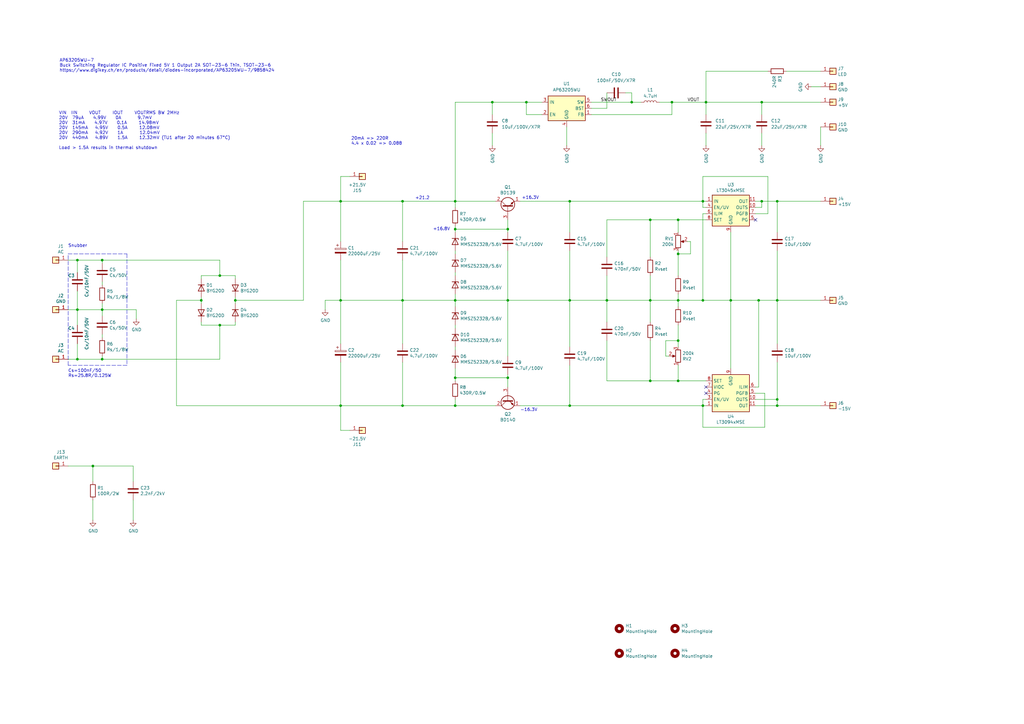
<source format=kicad_sch>
(kicad_sch (version 20250114) (generator "eeschema") (generator_version "9.0")
  (paper "A3")
  (title_block (title "Ultra Low Noise PSU DC/DC +5V Large Capacitor") (date "2025-08-20") (rev "V5"))
  (lib_symbols
    (symbol "Connector_Generic:Conn_01x01" (pin_names (offset 1.016) (hide yes))
      (property "Reference" "J" (at 0 2.54 0))
      (property "Value" "Conn_01x01" (at 0 -2.54 0))
      (symbol "Conn_01x01_1_1"
        (rectangle (start -1.27 1.27) (end 1.27 -1.27) (stroke (width 0.254)) (fill (type background)))
        (rectangle (start -1.27 0.127) (end 0 -0.127) (stroke (width 0.1524)))
        (pin passive line (at -5.08 0 0) (length 3.81) (name "Pin_1") (number "1"))
      )
    )
    (symbol "Device:C" (pin_numbers (hide yes)) (pin_names (offset 0.254))
      (property "Reference" "C" (at 0.635 2.54 0))
      (property "Value" "C" (at 0.635 -2.54 0))
      (symbol "C_0_1"
        (polyline (pts (xy -2.032 0.762) (xy 2.032 0.762)) (stroke (width 0.508)))
        (polyline (pts (xy -2.032 -0.762) (xy 2.032 -0.762)) (stroke (width 0.508)))
      )
      (symbol "C_1_1"
        (pin passive line (at 0 3.81 270) (length 2.794) (name "~") (number "1"))
        (pin passive line (at 0 -3.81 90) (length 2.794) (name "~") (number "2"))
      )
    )
    (symbol "Device:C_Polarized" (pin_numbers (hide yes)) (pin_names (offset 0.254))
      (property "Reference" "C" (at 0.635 2.54 0))
      (property "Value" "C_Polarized" (at 0.635 -2.54 0))
      (symbol "C_Polarized_0_1"
        (rectangle (start -2.286 0.508) (end 2.286 1.016))
        (polyline (pts (xy -1.778 2.286) (xy -0.762 2.286)))
        (polyline (pts (xy -1.27 2.794) (xy -1.27 1.778)))
        (rectangle (start 2.286 -0.508) (end -2.286 -1.016) (fill (type outline)))
      )
      (symbol "C_Polarized_1_1"
        (pin passive line (at 0 3.81 270) (length 2.794) (name "~") (number "1"))
        (pin passive line (at 0 -3.81 90) (length 2.794) (name "~") (number "2"))
      )
    )
    (symbol "Device:D" (pin_numbers (hide yes)) (pin_names (offset 1.016) (hide yes))
      (property "Reference" "D" (at 0 2.54 0))
      (property "Value" "D" (at 0 -2.54 0))
      (symbol "D_0_1"
        (polyline (pts (xy -1.27 1.27) (xy -1.27 -1.27)) (stroke (width 0.254)))
        (polyline (pts (xy 1.27 1.27) (xy 1.27 -1.27) (xy -1.27 0) (xy 1.27 1.27)) (stroke (width 0.254)))
        (polyline (pts (xy 1.27 0) (xy -1.27 0)))
      )
      (symbol "D_1_1"
        (pin passive line (at -3.81 0 0) (length 2.54) (name "K") (number "1"))
        (pin passive line (at 3.81 0 180) (length 2.54) (name "A") (number "2"))
      )
    )
    (symbol "Device:L" (pin_numbers (hide yes)) (pin_names (offset 1.016) (hide yes))
      (property "Reference" "L" (at -1.27 0 90))
      (property "Value" "L" (at 1.905 0 90))
      (symbol "L_0_1"
        (arc (start 0 2.54) (mid 0.6323 1.905) (end 0 1.27))
        (arc (start 0 1.27) (mid 0.6323 0.635) (end 0 0))
        (arc (start 0 0) (mid 0.6323 -0.635) (end 0 -1.27))
        (arc (start 0 -1.27) (mid 0.6323 -1.905) (end 0 -2.54))
      )
      (symbol "L_1_1"
        (pin passive line (at 0 3.81 270) (length 1.27) (name "1") (number "1"))
        (pin passive line (at 0 -3.81 90) (length 1.27) (name "2") (number "2"))
      )
    )
    (symbol "Device:R" (pin_numbers (hide yes)) (pin_names (offset 0))
      (property "Reference" "R" (at 2.032 0 90))
      (property "Value" "R" (at 0 0 90))
      (symbol "R_0_1"
        (rectangle (start -1.016 -2.54) (end 1.016 2.54) (stroke (width 0.254)))
      )
      (symbol "R_1_1"
        (pin passive line (at 0 3.81 270) (length 1.27) (name "~") (number "1"))
        (pin passive line (at 0 -3.81 90) (length 1.27) (name "~") (number "2"))
      )
    )
    (symbol "Device:R_Potentiometer" (pin_names (offset 1.016) (hide yes))
      (property "Reference" "RV" (at -4.445 0 90))
      (property "Value" "R_Potentiometer" (at -2.54 0 90))
      (symbol "R_Potentiometer_0_1"
        (rectangle (start 1.016 2.54) (end -1.016 -2.54) (stroke (width 0.254)))
        (polyline (pts (xy 1.143 0) (xy 2.286 0.508) (xy 2.286 -0.508) (xy 1.143 0)) (fill (type outline)))
        (polyline (pts (xy 2.54 0) (xy 1.524 0)))
      )
      (symbol "R_Potentiometer_1_1"
        (pin passive line (at 0 3.81 270) (length 1.27) (name "1") (number "1"))
        (pin passive line (at 0 -3.81 90) (length 1.27) (name "3") (number "3"))
        (pin passive line (at 3.81 0 180) (length 1.27) (name "2") (number "2"))
      )
    )
    (symbol "Diode:Z1SMAxxx" (pin_numbers (hide yes)) (pin_names (hide yes))
      (property "Reference" "D" (at 0 2.54 0))
      (property "Value" "Z1SMAxxx" (at 0 -2.54 0))
      (symbol "Z1SMAxxx_0_1"
        (polyline (pts (xy -1.27 -1.27) (xy -1.27 1.27) (xy -0.762 1.27)) (stroke (width 0.254)))
        (polyline (pts (xy 1.27 0) (xy -1.27 0)))
        (polyline (pts (xy 1.27 -1.27) (xy 1.27 1.27) (xy -1.27 0) (xy 1.27 -1.27)) (stroke (width 0.254)))
      )
      (symbol "Z1SMAxxx_1_1"
        (pin passive line (at -3.81 0 0) (length 2.54) (name "K") (number "1"))
        (pin passive line (at 3.81 0 180) (length 2.54) (name "A") (number "2"))
      )
    )
    (symbol "Mechanical:MountingHole" (pin_names (offset 1.016)) (in_bom no)
      (property "Reference" "H" (at 0 5.08 0))
      (property "Value" "MountingHole" (at 0 3.175 0))
      (symbol "MountingHole_0_1"
        (circle (center 0 0) (radius 1.27) (stroke (width 1.27)))
      )
    )
    (symbol "Regulator_Linear:LT3045xMSE"
      (property "Reference" "U" (at -6.35 6.35 0))
      (property "Value" "LT3045xMSE" (at 1.27 6.35 0))
      (symbol "LT3045xMSE_0_1"
        (rectangle (start -7.62 5.08) (end 7.62 -7.62) (stroke (width 0.254)) (fill (type background)))
      )
      (symbol "LT3045xMSE_1_1"
        (pin power_in line (at -10.16 2.54 0) (length 2.54) (name "IN") (number "1"))
        (pin passive line (at -10.16 2.54 0) (length 2.54) (hide yes) (name "IN") (number "2"))
        (pin passive line (at -10.16 2.54 0) (length 2.54) (hide yes) (name "IN") (number "3"))
        (pin input line (at -10.16 0 0) (length 2.54) (name "EN/UV") (number "4"))
        (pin passive line (at -10.16 -2.54 0) (length 2.54) (name "ILIM") (number "6"))
        (pin passive line (at -10.16 -5.08 0) (length 2.54) (name "SET") (number "8"))
        (pin passive line (at 0 -10.16 90) (length 2.54) (hide yes) (name "GND") (number "13"))
        (pin power_in line (at 0 -10.16 90) (length 2.54) (name "GND") (number "9"))
        (pin power_out line (at 10.16 2.54 180) (length 2.54) (name "OUT") (number "11"))
        (pin passive line (at 10.16 2.54 180) (length 2.54) (hide yes) (name "OUT") (number "12"))
        (pin input line (at 10.16 0 180) (length 2.54) (name "OUTS") (number "10"))
        (pin input line (at 10.16 -2.54 180) (length 2.54) (name "PGFB") (number "7"))
        (pin open_collector line (at 10.16 -5.08 180) (length 2.54) (name "PG") (number "5"))
      )
    )
    (symbol "Regulator_Linear:LT3094xMSE"
      (property "Reference" "U" (at -6.35 8.89 0))
      (property "Value" "LT3094xMSE" (at 1.27 8.89 0))
      (symbol "LT3094xMSE_0_0"
        (pin passive line (at -10.16 5.08 0) (length 2.54) (hide yes) (name "IN") (number "13"))
        (pin passive line (at 10.16 5.08 180) (length 2.54) (hide yes) (name "OUT") (number "12"))
      )
      (symbol "LT3094xMSE_0_1"
        (rectangle (start 7.62 7.62) (end -7.62 -7.62) (stroke (width 0.254)) (fill (type background)))
      )
      (symbol "LT3094xMSE_1_1"
        (pin power_in line (at -10.16 5.08 0) (length 2.54) (name "IN") (number "1"))
        (pin passive line (at -10.16 5.08 0) (length 2.54) (hide yes) (name "IN") (number "2"))
        (pin input line (at -10.16 2.54 0) (length 2.54) (name "EN/UV") (number "3"))
        (pin open_collector line (at -10.16 0 0) (length 2.54) (name "PG") (number "4"))
        (pin passive line (at -10.16 -2.54 0) (length 2.54) (name "VIOC") (number "7"))
        (pin passive line (at -10.16 -5.08 0) (length 2.54) (name "SET") (number "8"))
        (pin power_in line (at 0 -10.16 90) (length 2.54) (name "GND") (number "9"))
        (pin power_out line (at 10.16 5.08 180) (length 2.54) (name "OUT") (number "11"))
        (pin input line (at 10.16 2.54 180) (length 2.54) (name "OUTS") (number "10"))
        (pin input line (at 10.16 0 180) (length 2.54) (name "PGFB") (number "5"))
        (pin passive line (at 10.16 -2.54 180) (length 2.54) (name "ILIM") (number "6"))
      )
    )
    (symbol "Regulator_Switching:AP63205WU"
      (property "Reference" "U" (at -7.62 6.35 0))
      (property "Value" "AP63205WU" (at 2.54 6.35 0))
      (symbol "AP63205WU_0_1"
        (rectangle (start -7.62 5.08) (end 7.62 -5.08) (stroke (width 0.254)) (fill (type background)))
      )
      (symbol "AP63205WU_1_1"
        (pin power_in line (at -10.16 2.54 0) (length 2.54) (name "IN") (number "3"))
        (pin input line (at -10.16 -2.54 0) (length 2.54) (name "EN") (number "2"))
        (pin power_in line (at 0 -7.62 90) (length 2.54) (name "GND") (number "4"))
        (pin output line (at 10.16 2.54 180) (length 2.54) (name "SW") (number "5"))
        (pin passive line (at 10.16 0 180) (length 2.54) (name "BST") (number "6"))
        (pin input line (at 10.16 -2.54 180) (length 2.54) (name "FB") (number "1"))
      )
    )
    (symbol "Transistor_BJT:BD139" (pin_names (offset 0) (hide yes))
      (property "Reference" "Q" (at 5.08 1.905 0))
      (property "Value" "BD139" (at 5.08 0 0))
      (symbol "BD139_0_1"
        (polyline (pts (xy -2.54 0) (xy 0.635 0)))
        (polyline (pts (xy 0.635 1.905) (xy 0.635 -1.905)) (stroke (width 0.508)))
        (circle (center 1.27 0) (radius 2.8194) (stroke (width 0.254)))
      )
      (symbol "BD139_1_1"
        (polyline (pts (xy 0.635 0.635) (xy 2.54 2.54)))
        (polyline (pts (xy 0.635 -0.635) (xy 2.54 -2.54)))
        (polyline (pts (xy 1.27 -1.778) (xy 1.778 -1.27) (xy 2.286 -2.286) (xy 1.27 -1.778)) (fill (type outline)))
        (pin input line (at -5.08 0 0) (length 2.54) (name "B") (number "3"))
        (pin passive line (at 2.54 5.08 270) (length 2.54) (name "C") (number "2"))
        (pin passive line (at 2.54 -5.08 90) (length 2.54) (name "E") (number "1"))
      )
    )
    (symbol "Transistor_BJT:BD140" (pin_names (offset 0) (hide yes))
      (property "Reference" "Q" (at 5.08 1.905 0))
      (property "Value" "BD140" (at 5.08 0 0))
      (symbol "BD140_0_1"
        (polyline (pts (xy -2.54 0) (xy 0.635 0)))
        (polyline (pts (xy 0.635 1.905) (xy 0.635 -1.905)) (stroke (width 0.508)))
        (polyline (pts (xy 0.635 0.635) (xy 2.54 2.54)))
        (polyline (pts (xy 0.635 -0.635) (xy 2.54 -2.54)))
        (circle (center 1.27 0) (radius 2.8194) (stroke (width 0.254)))
        (polyline (pts (xy 2.286 -1.778) (xy 1.778 -2.286) (xy 1.27 -1.27) (xy 2.286 -1.778)) (fill (type outline)))
      )
      (symbol "BD140_1_1"
        (pin input line (at -5.08 0 0) (length 2.54) (name "B") (number "3"))
        (pin passive line (at 2.54 5.08 270) (length 2.54) (name "C") (number "2"))
        (pin passive line (at 2.54 -5.08 90) (length 2.54) (name "E") (number "1"))
      )
    )
    (symbol "power:GND" (power) (pin_numbers (hide yes)) (pin_names (offset 0) (hide yes))
      (property "Value" "GND" (at 0 -3.81 0))
      (symbol "GND_0_1"
        (polyline (pts (xy 0 0) (xy 0 -1.27) (xy 1.27 -1.27) (xy 0 -2.54) (xy -1.27 -1.27) (xy 0 -1.27)))
      )
      (symbol "GND_1_1"
        (pin power_in line (at 0 0 270) (length 0) (name "~") (number "1"))
      )
    )
  )
  (text "+16.3V" (at 213.995 81.915 0) (effects (font (size 1.27 1.27)) (justify left bottom)))
  (text "+21.2" (at 173.228 81.28 0) (effects (font (size 1.27 1.27))))
  (text "Snubber" (at 27.94 101.6 0) (effects (font (size 1.27 1.27)) (justify left bottom)))
  (text "Cs=100nF/50\nRs=25.8R/0.125W" (at 27.94 154.94 0) (effects (font (size 1.27 1.27)) (justify left bottom)))
  (text "-16.3V" (at 213.36 168.91 0) (effects (font (size 1.27 1.27)) (justify left bottom)))
  (text "VIN  IIN     VOUT     IOUT     VOUTRMS BW 2MHz      \n20V  79uA    4.99V    0A       9.7mV\n20V  31mA    4.97V    0.1A     14.98mV\n20V  145mA   4.95V    0.5A     12.08mV\n20V  290mA   4.92V    1A       12.04mV\n20V  440mA   4.89V    1.5A     12.32mV (TU1 after 20 minutes 67°C)\n\nLoad > 1.5A results in thermal shutdown\n\n\n" (at 24.13 55.626 0) (effects (font (size 1.27 1.27)) (justify left)))
  (text "AP63205WU-7\nBuck Switching Regulator IC Positive Fixed 5V 1 Output 2A SOT-23-6 Thin, TSOT-23-6\nhttps://www.digikey.ch/en/products/detail/diodes-incorporated/AP63205WU-7/9858424\n\n" (at 24.384 27.94 0) (effects (font (size 1.27 1.27)) (justify left)))
  (text "+16.8V" (at 177.546 94.742 0) (effects (font (size 1.27 1.27)) (justify left bottom)))
  (text "20mA => 220R\n4.4 x 0.02 => 0.088" (at 144.018 57.912 0) (effects (font (size 1.27 1.27)) (justify left)))
  (junction (at 248.92 123.19))
  (junction (at 165.1 166.37))
  (junction (at 41.91 147.32))
  (junction (at 41.91 127))
  (junction (at 186.69 123.19))
  (junction (at 299.72 123.19))
  (junction (at 275.59 41.91))
  (junction (at 90.17 133.35))
  (junction (at 233.68 82.55))
  (junction (at 318.77 166.37))
  (junction (at 288.29 166.37))
  (junction (at 311.15 123.19))
  (junction (at 215.9 41.91))
  (junction (at 318.77 123.19))
  (junction (at 312.42 82.55))
  (junction (at 139.7 123.19))
  (junction (at 312.42 41.91))
  (junction (at 165.1 82.55))
  (junction (at 201.93 41.91))
  (junction (at 318.77 82.55))
  (junction (at 82.55 123.19))
  (junction (at 139.7 82.55))
  (junction (at 318.77 163.83))
  (junction (at 259.08 41.91))
  (junction (at 139.7 166.37))
  (junction (at 31.75 127))
  (junction (at 208.28 154.94))
  (junction (at 266.7 156.21))
  (junction (at 31.75 106.68))
  (junction (at 266.7 123.19))
  (junction (at 266.7 90.17))
  (junction (at 31.75 147.32))
  (junction (at 278.13 123.19))
  (junction (at 233.68 166.37))
  (junction (at 288.29 82.55))
  (junction (at 288.29 123.19))
  (junction (at 186.69 166.37))
  (junction (at 38.1 191.135))
  (junction (at 41.91 106.68))
  (junction (at 233.68 123.19))
  (junction (at 96.52 123.19))
  (junction (at 165.1 123.19))
  (junction (at 278.13 90.17))
  (junction (at 90.17 113.03))
  (junction (at 278.13 104.14))
  (junction (at 186.69 82.55))
  (junction (at 186.69 93.98))
  (junction (at 208.28 123.19))
  (junction (at 289.56 41.91))
  (junction (at 208.28 93.98))
  (junction (at 278.13 156.21))
  (junction (at 186.69 154.94))
  (junction (at 278.13 139.7))
  (no_connect (at 289.56 158.75))
  (no_connect (at 309.88 90.17))
  (no_connect (at 289.56 161.29))
  (wire (pts (xy 312.42 54.61) (xy 312.42 59.69)))
  (wire (pts (xy 201.93 54.61) (xy 201.93 59.69)))
  (wire (pts (xy 314.96 87.63) (xy 314.96 72.39)))
  (wire (pts (xy 203.2 82.55) (xy 186.69 82.55)))
  (wire (pts (xy 186.69 93.98) (xy 208.28 93.98)))
  (wire (pts (xy 266.7 156.21) (xy 278.13 156.21)))
  (wire (pts (xy 274.32 146.05) (xy 273.05 146.05)))
  (wire (pts (xy 208.28 123.19) (xy 208.28 146.05)))
  (wire (pts (xy 186.69 123.19) (xy 208.28 123.19)))
  (wire (pts (xy 248.92 105.41) (xy 248.92 90.17)))
  (wire (pts (xy 165.1 106.68) (xy 165.1 123.19)))
  (wire (pts (xy 233.68 82.55) (xy 233.68 95.25)))
  (wire (pts (xy 275.59 41.91) (xy 289.56 41.91)))
  (wire (pts (xy 312.42 85.09) (xy 312.42 82.55)))
  (wire (pts (xy 54.61 205.105) (xy 54.61 213.36)))
  (wire (pts (xy 242.57 46.99) (xy 275.59 46.99)))
  (wire (pts (xy 278.13 149.86) (xy 278.13 156.21)))
  (wire (pts (xy 208.28 154.94) (xy 208.28 158.75)))
  (wire (pts (xy 186.69 104.14) (xy 186.69 102.87)))
  (wire (pts (xy 278.13 90.17) (xy 289.56 90.17)))
  (wire (pts (xy 27.94 127) (xy 31.75 127)))
  (wire (pts (xy 186.69 82.55) (xy 165.1 82.55)))
  (wire (pts (xy 318.77 123.19) (xy 336.55 123.19)))
  (wire (pts (xy 96.52 121.92) (xy 96.52 123.19)))
  (wire (pts (xy 186.69 154.94) (xy 208.28 154.94)))
  (wire (pts (xy 31.75 147.32) (xy 41.91 147.32)))
  (wire (pts (xy 248.92 123.19) (xy 266.7 123.19)))
  (wire (pts (xy 288.29 175.26) (xy 288.29 166.37)))
  (wire (pts (xy 311.15 123.19) (xy 318.77 123.19)))
  (wire (pts (xy 289.56 29.21) (xy 289.56 41.91)))
  (wire (pts (xy 82.55 113.03) (xy 82.55 114.3)))
  (wire (pts (xy 299.72 123.19) (xy 311.15 123.19)))
  (wire (pts (xy 278.13 123.19) (xy 278.13 125.73)))
  (wire (pts (xy 289.56 163.83) (xy 288.29 163.83)))
  (wire (pts (xy 41.91 127) (xy 55.88 127)))
  (wire (pts (xy 288.29 163.83) (xy 288.29 166.37)))
  (wire (pts (xy 266.7 123.19) (xy 278.13 123.19)))
  (wire (pts (xy 312.42 41.91) (xy 336.55 41.91)))
  (wire (pts (xy 96.52 114.3) (xy 96.52 113.03)))
  (wire (pts (xy 309.88 166.37) (xy 318.77 166.37)))
  (wire (pts (xy 278.13 120.65) (xy 278.13 123.19)))
  (wire (pts (xy 72.39 166.37) (xy 139.7 166.37)))
  (wire (pts (xy 248.92 90.17) (xy 266.7 90.17)))
  (wire (pts (xy 242.57 41.91) (xy 259.08 41.91)))
  (wire (pts (xy 278.13 133.35) (xy 278.13 139.7)))
  (wire (pts (xy 41.91 129.54) (xy 41.91 127)))
  (wire (pts (xy 233.68 123.19) (xy 248.92 123.19)))
  (wire (pts (xy 242.57 44.45) (xy 248.92 44.45)))
  (wire (pts (xy 208.28 153.67) (xy 208.28 154.94)))
  (wire (pts (xy 90.17 106.68) (xy 90.17 113.03)))
  (wire (pts (xy 336.55 29.21) (xy 322.58 29.21)))
  (wire (pts (xy 318.77 82.55) (xy 318.77 95.25)))
  (wire (pts (xy 289.56 54.61) (xy 289.56 59.69)))
  (wire (pts (xy 31.75 111.76) (xy 31.75 106.68)))
  (wire (pts (xy 72.39 123.19) (xy 82.55 123.19)))
  (wire (pts (xy 233.68 142.24) (xy 233.68 123.19)))
  (wire (pts (xy 288.29 123.19) (xy 299.72 123.19)))
  (wire (pts (xy 289.56 41.91) (xy 312.42 41.91)))
  (wire (pts (xy 208.28 123.19) (xy 233.68 123.19)))
  (wire (pts (xy 82.55 123.19) (xy 82.55 124.46)))
  (wire (pts (xy 233.68 166.37) (xy 213.36 166.37)))
  (wire (pts (xy 288.29 87.63) (xy 288.29 123.19)))
  (wire (pts (xy 266.7 90.17) (xy 266.7 105.41)))
  (wire (pts (xy 288.29 82.55) (xy 289.56 82.55)))
  (wire (pts (xy 31.75 127) (xy 41.91 127)))
  (wire (pts (xy 278.13 156.21) (xy 289.56 156.21)))
  (wire (pts (xy 186.69 166.37) (xy 186.69 163.83)))
  (wire (pts (xy 213.36 82.55) (xy 233.68 82.55)))
  (wire (pts (xy 124.46 82.55) (xy 139.7 82.55)))
  (wire (pts (xy 283.21 99.06) (xy 283.21 104.14)))
  (wire (pts (xy 96.52 113.03) (xy 90.17 113.03)))
  (polyline (pts (xy 52.07 149.86) (xy 27.94 149.86)) (stroke (width 0) (type dash)))
  (wire (pts (xy 281.94 99.06) (xy 283.21 99.06)))
  (wire (pts (xy 259.08 41.91) (xy 262.89 41.91)))
  (wire (pts (xy 289.56 87.63) (xy 288.29 87.63)))
  (wire (pts (xy 289.56 29.21) (xy 314.96 29.21)))
  (polyline (pts (xy 27.94 104.14) (xy 52.07 104.14)) (stroke (width 0) (type dash)))
  (wire (pts (xy 186.69 125.73) (xy 186.69 123.19)))
  (wire (pts (xy 139.7 166.37) (xy 165.1 166.37)))
  (wire (pts (xy 313.69 175.26) (xy 288.29 175.26)))
  (wire (pts (xy 248.92 113.03) (xy 248.92 123.19)))
  (wire (pts (xy 299.72 151.13) (xy 299.72 123.19)))
  (wire (pts (xy 38.1 197.485) (xy 38.1 191.135)))
  (wire (pts (xy 139.7 82.55) (xy 165.1 82.55)))
  (wire (pts (xy 165.1 123.19) (xy 186.69 123.19)))
  (polyline (pts (xy 27.94 149.86) (xy 27.94 104.14)) (stroke (width 0) (type dash)))
  (wire (pts (xy 186.69 156.21) (xy 186.69 154.94)))
  (wire (pts (xy 201.93 41.91) (xy 215.9 41.91)))
  (wire (pts (xy 186.69 95.25) (xy 186.69 93.98)))
  (wire (pts (xy 278.13 90.17) (xy 278.13 95.25)))
  (wire (pts (xy 318.77 148.59) (xy 318.77 163.83)))
  (wire (pts (xy 275.59 46.99) (xy 275.59 41.91)))
  (wire (pts (xy 186.69 82.55) (xy 186.69 85.09)))
  (wire (pts (xy 259.08 38.1) (xy 259.08 41.91)))
  (wire (pts (xy 186.69 41.91) (xy 186.69 82.55)))
  (wire (pts (xy 186.69 41.91) (xy 201.93 41.91)))
  (wire (pts (xy 288.29 85.09) (xy 288.29 82.55)))
  (wire (pts (xy 82.55 133.35) (xy 90.17 133.35)))
  (wire (pts (xy 139.7 140.97) (xy 139.7 123.19)))
  (wire (pts (xy 312.42 82.55) (xy 318.77 82.55)))
  (wire (pts (xy 41.91 138.43) (xy 41.91 137.16)))
  (wire (pts (xy 312.42 46.99) (xy 312.42 41.91)))
  (wire (pts (xy 55.88 130.81) (xy 55.88 127)))
  (wire (pts (xy 288.29 166.37) (xy 289.56 166.37)))
  (wire (pts (xy 248.92 44.45) (xy 248.92 38.1)))
  (wire (pts (xy 72.39 123.19) (xy 72.39 166.37)))
  (wire (pts (xy 215.9 41.91) (xy 222.25 41.91)))
  (wire (pts (xy 336.55 35.56) (xy 332.74 35.56)))
  (wire (pts (xy 318.77 102.87) (xy 318.77 123.19)))
  (wire (pts (xy 38.1 205.105) (xy 38.1 213.36)))
  (wire (pts (xy 288.29 72.39) (xy 288.29 82.55)))
  (wire (pts (xy 336.55 82.55) (xy 318.77 82.55)))
  (polyline (pts (xy 52.07 104.14) (xy 52.07 149.86)) (stroke (width 0) (type dash)))
  (wire (pts (xy 41.91 107.95) (xy 41.91 106.68)))
  (wire (pts (xy 82.55 121.92) (xy 82.55 123.19)))
  (wire (pts (xy 41.91 106.68) (xy 90.17 106.68)))
  (wire (pts (xy 31.75 133.35) (xy 31.75 127)))
  (wire (pts (xy 143.51 72.39) (xy 139.7 72.39)))
  (wire (pts (xy 208.28 93.98) (xy 208.28 95.25)))
  (wire (pts (xy 38.1 191.135) (xy 27.94 191.135)))
  (wire (pts (xy 31.75 106.68) (xy 27.94 106.68)))
  (wire (pts (xy 233.68 102.87) (xy 233.68 123.19)))
  (wire (pts (xy 208.28 93.98) (xy 208.28 90.17)))
  (wire (pts (xy 186.69 154.94) (xy 186.69 151.13)))
  (wire (pts (xy 82.55 132.08) (xy 82.55 133.35)))
  (wire (pts (xy 203.2 166.37) (xy 186.69 166.37)))
  (wire (pts (xy 139.7 123.19) (xy 165.1 123.19)))
  (wire (pts (xy 54.61 197.485) (xy 54.61 191.135)))
  (wire (pts (xy 208.28 102.87) (xy 208.28 123.19)))
  (wire (pts (xy 96.52 133.35) (xy 96.52 132.08)))
  (wire (pts (xy 90.17 113.03) (xy 82.55 113.03)))
  (wire (pts (xy 278.13 123.19) (xy 288.29 123.19)))
  (wire (pts (xy 309.88 82.55) (xy 312.42 82.55)))
  (wire (pts (xy 96.52 123.19) (xy 124.46 123.19)))
  (wire (pts (xy 309.88 158.75) (xy 311.15 158.75)))
  (wire (pts (xy 309.88 85.09) (xy 312.42 85.09)))
  (wire (pts (xy 256.54 38.1) (xy 259.08 38.1)))
  (wire (pts (xy 289.56 85.09) (xy 288.29 85.09)))
  (wire (pts (xy 278.13 102.87) (xy 278.13 104.14)))
  (wire (pts (xy 139.7 99.06) (xy 139.7 82.55)))
  (wire (pts (xy 133.35 127) (xy 133.35 123.19)))
  (wire (pts (xy 41.91 106.68) (xy 31.75 106.68)))
  (wire (pts (xy 283.21 104.14) (xy 278.13 104.14)))
  (wire (pts (xy 309.88 161.29) (xy 313.69 161.29)))
  (wire (pts (xy 186.69 143.51) (xy 186.69 142.24)))
  (wire (pts (xy 248.92 132.08) (xy 248.92 123.19)))
  (wire (pts (xy 90.17 133.35) (xy 90.17 147.32)))
  (wire (pts (xy 248.92 156.21) (xy 266.7 156.21)))
  (wire (pts (xy 233.68 166.37) (xy 288.29 166.37)))
  (wire (pts (xy 41.91 147.32) (xy 90.17 147.32)))
  (wire (pts (xy 31.75 140.97) (xy 31.75 147.32)))
  (wire (pts (xy 139.7 72.39) (xy 139.7 82.55)))
  (wire (pts (xy 318.77 163.83) (xy 318.77 166.37)))
  (wire (pts (xy 54.61 191.135) (xy 38.1 191.135)))
  (wire (pts (xy 273.05 146.05) (xy 273.05 139.7)))
  (wire (pts (xy 309.88 163.83) (xy 318.77 163.83)))
  (wire (pts (xy 313.69 161.29) (xy 313.69 175.26)))
  (wire (pts (xy 201.93 41.91) (xy 201.93 46.99)))
  (wire (pts (xy 186.69 166.37) (xy 165.1 166.37)))
  (wire (pts (xy 278.13 142.24) (xy 278.13 139.7)))
  (wire (pts (xy 133.35 123.19) (xy 139.7 123.19)))
  (wire (pts (xy 186.69 113.03) (xy 186.69 111.76)))
  (wire (pts (xy 318.77 166.37) (xy 336.55 166.37)))
  (wire (pts (xy 266.7 113.03) (xy 266.7 123.19)))
  (wire (pts (xy 273.05 139.7) (xy 278.13 139.7)))
  (wire (pts (xy 233.68 149.86) (xy 233.68 166.37)))
  (wire (pts (xy 266.7 139.7) (xy 266.7 156.21)))
  (wire (pts (xy 278.13 104.14) (xy 278.13 113.03)))
  (wire (pts (xy 233.68 82.55) (xy 288.29 82.55)))
  (wire (pts (xy 139.7 166.37) (xy 139.7 176.53)))
  (wire (pts (xy 41.91 147.32) (xy 41.91 146.05)))
  (wire (pts (xy 299.72 95.25) (xy 299.72 123.19)))
  (wire (pts (xy 186.69 134.62) (xy 186.69 133.35)))
  (wire (pts (xy 215.9 46.99) (xy 215.9 41.91)))
  (wire (pts (xy 275.59 41.91) (xy 270.51 41.91)))
  (wire (pts (xy 165.1 148.59) (xy 165.1 166.37)))
  (wire (pts (xy 186.69 93.98) (xy 186.69 92.71)))
  (wire (pts (xy 232.41 52.07) (xy 232.41 59.69)))
  (wire (pts (xy 311.15 158.75) (xy 311.15 123.19)))
  (wire (pts (xy 309.88 87.63) (xy 314.96 87.63)))
  (wire (pts (xy 165.1 99.06) (xy 165.1 82.55)))
  (wire (pts (xy 41.91 116.84) (xy 41.91 115.57)))
  (wire (pts (xy 266.7 90.17) (xy 278.13 90.17)))
  (wire (pts (xy 90.17 133.35) (xy 96.52 133.35)))
  (wire (pts (xy 266.7 123.19) (xy 266.7 132.08)))
  (wire (pts (xy 318.77 140.97) (xy 318.77 123.19)))
  (wire (pts (xy 143.51 176.53) (xy 139.7 176.53)))
  (wire (pts (xy 248.92 139.7) (xy 248.92 156.21)))
  (wire (pts (xy 289.56 41.91) (xy 289.56 46.99)))
  (wire (pts (xy 41.91 127) (xy 41.91 124.46)))
  (wire (pts (xy 31.75 119.38) (xy 31.75 127)))
  (wire (pts (xy 314.96 72.39) (xy 288.29 72.39)))
  (wire (pts (xy 124.46 123.19) (xy 124.46 82.55)))
  (wire (pts (xy 165.1 140.97) (xy 165.1 123.19)))
  (wire (pts (xy 139.7 106.68) (xy 139.7 123.19)))
  (wire (pts (xy 139.7 148.59) (xy 139.7 166.37)))
  (wire (pts (xy 96.52 123.19) (xy 96.52 124.46)))
  (wire (pts (xy 336.55 52.07) (xy 336.55 59.69)))
  (wire (pts (xy 222.25 46.99) (xy 215.9 46.99)))
  (wire (pts (xy 27.94 147.32) (xy 31.75 147.32)))
  (wire (pts (xy 186.69 120.65) (xy 186.69 123.19)))
  (label "VOUT" (at 281.94 41.91 0))
  (label "SWOUT" (at 246.38 41.91 0))
  (symbol (lib_id "Connector_Generic:Conn_01x01") (at 22.86 127 180) (unit 1)
    (property "Reference" "J2" (at 24.9428 121.285 0))
    (property "Value" "GND" (at 24.9428 123.5964 0))
    (property "Footprint" "Connector_Pin:Pin_D1.3mm_L11.0mm" (effects (hide yes)))
    (property "Description" "Generic connector, single row, 01x01, script generated (kicad-library-utils/schlib/autogen/connector/)" (effects (hide yes)))
  )
  (symbol (lib_id "Device:R_Potentiometer") (at 278.13 99.06 0) (unit 1)
    (property "Reference" "RV1" (at 276.3774 97.8916 0) (effects (justify right)))
    (property "Value" "200k" (at 276.3774 100.203 0) (effects (justify right)))
    (property "Footprint" "Potentiometer_THT:Potentiometer_Bourns_3296W_Vertical" (effects (hide yes)))
    (property "Description" "Potentiometer" (effects (hide yes)))
  )
  (symbol (lib_id "Mechanical:MountingHole") (at 254 257.81 0) (unit 1) (in_bom no)
    (property "Reference" "H1" (at 256.54 256.6416 0) (effects (justify left)))
    (property "Value" "MountingHole" (at 256.54 258.953 0) (effects (justify left)))
    (property "Footprint" "MountingHole:MountingHole_3.2mm_M3_Pad_Via" (effects (hide yes)))
    (property "Description" "Mounting Hole without connection" (effects (hide yes)))
  )
  (symbol (lib_id "Mechanical:MountingHole") (at 276.86 257.81 0) (unit 1) (in_bom no)
    (property "Reference" "H3" (at 279.4 256.6416 0) (effects (justify left)))
    (property "Value" "MountingHole" (at 279.4 258.953 0) (effects (justify left)))
    (property "Footprint" "MountingHole:MountingHole_3.2mm_M3_Pad_Via" (effects (hide yes)))
    (property "Description" "Mounting Hole without connection" (effects (hide yes)))
  )
  (symbol (lib_id "Mechanical:MountingHole") (at 254 267.97 0) (unit 1) (in_bom no)
    (property "Reference" "H2" (at 256.54 266.8016 0) (effects (justify left)))
    (property "Value" "MountingHole" (at 256.54 269.113 0) (effects (justify left)))
    (property "Footprint" "MountingHole:MountingHole_3.2mm_M3_Pad_Via" (effects (hide yes)))
    (property "Description" "Mounting Hole without connection" (effects (hide yes)))
  )
  (symbol (lib_id "Mechanical:MountingHole") (at 276.86 267.97 0) (unit 1) (in_bom no)
    (property "Reference" "H4" (at 279.4 266.8016 0) (effects (justify left)))
    (property "Value" "MountingHole" (at 279.4 269.113 0) (effects (justify left)))
    (property "Footprint" "MountingHole:MountingHole_3.2mm_M3_Pad_Via" (effects (hide yes)))
    (property "Description" "Mounting Hole without connection" (effects (hide yes)))
  )
  (symbol (lib_id "Connector_Generic:Conn_01x01") (at 22.86 106.68 180) (unit 1)
    (property "Reference" "J1" (at 24.9428 100.965 0))
    (property "Value" "AC" (at 24.9428 103.2764 0))
    (property "Footprint" "Connector_Pin:Pin_D1.3mm_L11.0mm" (effects (hide yes)))
    (property "Description" "Generic connector, single row, 01x01, script generated (kicad-library-utils/schlib/autogen/connector/)" (effects (hide yes)))
  )
  (symbol (lib_id "Connector_Generic:Conn_01x01") (at 22.86 147.32 180) (unit 1)
    (property "Reference" "J3" (at 24.9428 141.605 0))
    (property "Value" "AC" (at 24.9428 143.9164 0))
    (property "Footprint" "Connector_Pin:Pin_D1.3mm_L11.0mm" (effects (hide yes)))
    (property "Description" "Generic connector, single row, 01x01, script generated (kicad-library-utils/schlib/autogen/connector/)" (effects (hide yes)))
  )
  (symbol (lib_id "Device:C_Polarized") (at 139.7 102.87 0) (unit 1)
    (property "Reference" "C1" (at 142.6972 101.7016 0) (effects (justify left)))
    (property "Value" "22000uF/25V" (at 142.6972 104.013 0) (effects (justify left)))
    (property "Footprint" "Capacitor_THT:CP_Radial_D35.0mm_P10.00mm_SnapIn" (effects (hide yes)))
    (property "Description" "Polarized capacitor" (effects (hide yes)))
  )
  (symbol (lib_id "power:GND") (at 55.88 130.81 0) (unit 1)
    (property "Reference" "#PWR01" (effects (hide yes)))
    (property "Value" "GND" (at 56.007 135.2042 0))
    (property "Description" "Power symbol creates a global label with name \"GND\" , ground" (effects (hide yes)))
  )
  (symbol (lib_id "Connector_Generic:Conn_01x01") (at 341.63 123.19 0) (unit 1)
    (property "Reference" "J5" (at 343.662 122.1232 0) (effects (justify left)))
    (property "Value" "GND" (at 343.662 124.4346 0) (effects (justify left)))
    (property "Footprint" "Connector_Pin:Pin_D1.0mm_L10.0mm" (effects (hide yes)))
    (property "Description" "Generic connector, single row, 01x01, script generated (kicad-library-utils/schlib/autogen/connector/)" (effects (hide yes)))
  )
  (symbol (lib_id "Connector_Generic:Conn_01x01") (at 341.63 82.55 0) (unit 1)
    (property "Reference" "J4" (at 343.662 81.4832 0) (effects (justify left)))
    (property "Value" "+15V" (at 343.662 83.7946 0) (effects (justify left)))
    (property "Footprint" "Connector_Pin:Pin_D1.0mm_L10.0mm" (effects (hide yes)))
    (property "Description" "Generic connector, single row, 01x01, script generated (kicad-library-utils/schlib/autogen/connector/)" (effects (hide yes)))
  )
  (symbol (lib_id "Connector_Generic:Conn_01x01") (at 341.63 166.37 0) (unit 1)
    (property "Reference" "J6" (at 343.662 165.3032 0) (effects (justify left)))
    (property "Value" "-15V" (at 343.662 167.6146 0) (effects (justify left)))
    (property "Footprint" "Connector_Pin:Pin_D1.0mm_L10.0mm" (effects (hide yes)))
    (property "Description" "Generic connector, single row, 01x01, script generated (kicad-library-utils/schlib/autogen/connector/)" (effects (hide yes)))
  )
  (symbol (lib_id "power:GND") (at 133.35 127 0) (unit 1)
    (property "Reference" "#PWR02" (effects (hide yes)))
    (property "Value" "GND" (at 133.477 131.3942 0))
    (property "Description" "Power symbol creates a global label with name \"GND\" , ground" (effects (hide yes)))
  )
  (symbol (lib_id "Device:C_Polarized") (at 139.7 144.78 0) (unit 1)
    (property "Reference" "C2" (at 142.6972 143.6116 0) (effects (justify left)))
    (property "Value" "22000uF/25V" (at 142.6972 145.923 0) (effects (justify left)))
    (property "Footprint" "Capacitor_THT:CP_Radial_D35.0mm_P10.00mm_SnapIn" (effects (hide yes)))
    (property "Description" "Polarized capacitor" (effects (hide yes)))
  )
  (symbol (lib_id "Device:R_Potentiometer") (at 278.13 146.05 180) (unit 1)
    (property "Reference" "RV2" (at 279.8826 147.2184 0) (effects (justify right)))
    (property "Value" "200k" (at 279.8826 144.907 0) (effects (justify right)))
    (property "Footprint" "Potentiometer_THT:Potentiometer_Bourns_3296W_Vertical" (effects (hide yes)))
    (property "Description" "Potentiometer" (effects (hide yes)))
  )
  (symbol (lib_id "Connector_Generic:Conn_01x01") (at 341.63 41.91 0) (unit 1)
    (property "Reference" "J9" (at 343.662 40.8432 0) (effects (justify left)))
    (property "Value" "+5V" (at 343.662 43.1546 0) (effects (justify left)))
    (property "Footprint" "Connector_Pin:Pin_D1.0mm_L10.0mm" (effects (hide yes)))
    (property "Description" "Generic connector, single row, 01x01, script generated (kicad-library-utils/schlib/autogen/connector/)" (effects (hide yes)))
  )
  (symbol (lib_id "Connector_Generic:Conn_01x01") (at 341.63 52.07 0) (unit 1)
    (property "Reference" "J10" (at 343.662 51.0032 0) (effects (justify left)))
    (property "Value" "GND" (at 343.662 53.3146 0) (effects (justify left)))
    (property "Footprint" "Connector_Pin:Pin_D1.0mm_L10.0mm" (effects (hide yes)))
    (property "Description" "Generic connector, single row, 01x01, script generated (kicad-library-utils/schlib/autogen/connector/)" (effects (hide yes)))
  )
  (symbol (lib_id "Device:R") (at 318.77 29.21 270) (unit 1)
    (property "Reference" "R3" (at 319.9384 30.988 0) (effects (justify left)))
    (property "Value" "240R" (at 317.627 30.988 0) (effects (justify left)))
    (property "Footprint" "Resistor_SMD:R_0805_2012Metric_Pad1.20x1.40mm_HandSolder" (effects (hide yes)))
    (property "Description" "Resistor" (effects (hide yes)))
  )
  (symbol (lib_id "Connector_Generic:Conn_01x01") (at 341.63 29.21 0) (unit 1)
    (property "Reference" "J7" (at 343.662 28.1432 0) (effects (justify left)))
    (property "Value" "LED" (at 343.662 30.4546 0) (effects (justify left)))
    (property "Footprint" "Connector_Pin:Pin_D1.0mm_L10.0mm" (effects (hide yes)))
    (property "Description" "Generic connector, single row, 01x01, script generated (kicad-library-utils/schlib/autogen/connector/)" (effects (hide yes)))
  )
  (symbol (lib_id "Connector_Generic:Conn_01x01") (at 341.63 35.56 0) (unit 1)
    (property "Reference" "J8" (at 343.662 34.4932 0) (effects (justify left)))
    (property "Value" "GND" (at 343.662 36.8046 0) (effects (justify left)))
    (property "Footprint" "Connector_Pin:Pin_D1.0mm_L10.0mm" (effects (hide yes)))
    (property "Description" "Generic connector, single row, 01x01, script generated (kicad-library-utils/schlib/autogen/connector/)" (effects (hide yes)))
  )
  (symbol (lib_id "power:GND") (at 332.74 35.56 270) (unit 1)
    (property "Reference" "#PWR05" (effects (hide yes)))
    (property "Value" "GND" (at 328.3458 35.687 0))
    (property "Description" "Power symbol creates a global label with name \"GND\" , ground" (effects (hide yes)))
  )
  (symbol (lib_id "Device:C") (at 318.77 99.06 0) (unit 1)
    (property "Reference" "C17" (at 321.7672 97.8916 0) (effects (justify left)))
    (property "Value" "10uF/100V" (at 321.7672 100.203 0) (effects (justify left)))
    (property "Footprint" "Capacitor_SMD:C_1210_3225Metric_Pad1.33x2.70mm_HandSolder" (effects (hide yes)))
    (property "Description" "Unpolarized capacitor" (effects (hide yes)))
  )
  (symbol (lib_id "Device:C") (at 318.77 144.78 0) (unit 1)
    (property "Reference" "C18" (at 321.7672 143.6116 0) (effects (justify left)))
    (property "Value" "10uF/100V" (at 321.7672 145.923 0) (effects (justify left)))
    (property "Footprint" "Capacitor_SMD:C_1210_3225Metric_Pad1.33x2.70mm_HandSolder" (effects (hide yes)))
    (property "Description" "Unpolarized capacitor" (effects (hide yes)))
  )
  (symbol (lib_id "Device:D") (at 82.55 118.11 270) (unit 1)
    (property "Reference" "D1" (at 84.582 116.9416 90) (effects (justify left)))
    (property "Value" "BYG20D" (at 84.582 119.253 90) (effects (justify left)))
    (property "Footprint" "Diode_SMD:D_SMA_Handsoldering" (effects (hide yes)))
    (property "Description" "Diode" (effects (hide yes)))
    (property "Sim.Device" "D" (effects (hide yes)))
    (property "Sim.Pins" "1=K 2=A" (effects (hide yes)))
  )
  (symbol (lib_id "Device:D") (at 82.55 128.27 90) (unit 1)
    (property "Reference" "D2" (at 84.582 127.1016 90) (effects (justify right)))
    (property "Value" "BYG20D" (at 84.582 129.413 90) (effects (justify right)))
    (property "Footprint" "Diode_SMD:D_SMA_Handsoldering" (effects (hide yes)))
    (property "Description" "Diode" (effects (hide yes)))
    (property "Sim.Device" "D" (effects (hide yes)))
    (property "Sim.Pins" "1=K 2=A" (effects (hide yes)))
  )
  (symbol (lib_id "Device:D") (at 96.52 118.11 90) (unit 1)
    (property "Reference" "D3" (at 98.552 116.9416 90) (effects (justify right)))
    (property "Value" "BYG20D" (at 98.552 119.253 90) (effects (justify right)))
    (property "Footprint" "Diode_SMD:D_SMA_Handsoldering" (effects (hide yes)))
    (property "Description" "Diode" (effects (hide yes)))
    (property "Sim.Device" "D" (effects (hide yes)))
    (property "Sim.Pins" "1=K 2=A" (effects (hide yes)))
  )
  (symbol (lib_id "Device:D") (at 96.52 128.27 270) (unit 1)
    (property "Reference" "D4" (at 98.552 127.1016 90) (effects (justify left)))
    (property "Value" "BYG20D" (at 98.552 129.413 90) (effects (justify left)))
    (property "Footprint" "Diode_SMD:D_SMA_Handsoldering" (effects (hide yes)))
    (property "Description" "Diode" (effects (hide yes)))
    (property "Sim.Device" "D" (effects (hide yes)))
    (property "Sim.Pins" "1=K 2=A" (effects (hide yes)))
  )
  (symbol (lib_id "Diode:Z1SMAxxx") (at 186.69 99.06 270) (unit 1)
    (property "Reference" "D5" (at 188.722 97.8916 90) (effects (justify left)))
    (property "Value" "MMSZ5232B/5.6V" (at 188.722 100.203 90) (effects (justify left)))
    (property "Footprint" "Diode_SMD:D_SOD-123" (effects (hide yes)))
    (property "Datasheet" "https://diotec.com/tl_files/diotec/files/pdf/datasheets/z1sma1.pdf" (effects (hide yes)))
    (property "Description" "1000mW Zener Diode, SMA(DO-214AC)" (effects (hide yes)))
  )
  (symbol (lib_id "Device:R") (at 186.69 88.9 0) (unit 1)
    (property "Reference" "R7" (at 188.468 87.7316 0) (effects (justify left)))
    (property "Value" "430R/0.5W" (at 188.468 90.043 0) (effects (justify left)))
    (property "Footprint" "Resistor_SMD:R_0805_2012Metric_Pad1.20x1.40mm_HandSolder" (effects (hide yes)))
    (property "Description" "Resistor" (effects (hide yes)))
  )
  (symbol (lib_id "Transistor_BJT:BD139") (at 208.28 85.09 90) (unit 1)
    (property "Reference" "Q1" (at 208.28 76.7334 90))
    (property "Value" "BD139" (at 208.28 79.0448 90))
    (property "Footprint" "Package_TO_SOT_THT:TO-126-3_Vertical" (effects (hide yes)))
    (property "Datasheet" "http://www.st.com/internet/com/TECHNICAL_RESOURCES/TECHNICAL_LITERATURE/DATASHEET/CD00001225.pdf" (effects (hide yes)))
    (property "Description" "1.5A Ic, 80V Vce, Low Voltage Transistor, TO-126" (effects (hide yes)))
  )
  (symbol (lib_id "Device:C") (at 208.28 99.06 0) (unit 1)
    (property "Reference" "C7" (at 211.201 97.8916 0) (effects (justify left)))
    (property "Value" "4.7uF/100V" (at 211.201 100.203 0) (effects (justify left)))
    (property "Footprint" "Capacitor_SMD:C_1206_3216Metric_Pad1.33x1.80mm_HandSolder" (effects (hide yes)))
    (property "Description" "Unpolarized capacitor" (effects (hide yes)))
  )
  (symbol (lib_id "Device:C") (at 31.75 115.57 0) (unit 1)
    (property "Reference" "C3" (at 27.94 113.03 0) (effects (justify left)))
    (property "Value" "Cx/10nF/50V" (at 35.56 121.92 90) (effects (justify left)))
    (property "Footprint" "Capacitor_SMD:C_0805_2012Metric_Pad1.18x1.45mm_HandSolder" (effects (hide yes)))
    (property "Description" "Unpolarized capacitor" (effects (hide yes)))
  )
  (symbol (lib_id "Device:C") (at 31.75 137.16 0) (unit 1)
    (property "Reference" "C4" (at 27.94 134.62 0) (effects (justify left)))
    (property "Value" "Cx/10nF/50V" (at 35.56 143.51 90) (effects (justify left)))
    (property "Footprint" "Capacitor_SMD:C_0805_2012Metric_Pad1.18x1.45mm_HandSolder" (effects (hide yes)))
    (property "Description" "Unpolarized capacitor" (effects (hide yes)))
  )
  (symbol (lib_id "Device:C") (at 41.91 111.76 0) (unit 1)
    (property "Reference" "C5" (at 44.831 110.5916 0) (effects (justify left)))
    (property "Value" "Cs/50V" (at 44.831 112.903 0) (effects (justify left)))
    (property "Footprint" "Capacitor_SMD:C_0805_2012Metric_Pad1.18x1.45mm_HandSolder" (effects (hide yes)))
    (property "Description" "Unpolarized capacitor" (effects (hide yes)))
  )
  (symbol (lib_id "Device:R") (at 41.91 120.65 0) (unit 1)
    (property "Reference" "R5" (at 43.688 119.4816 0) (effects (justify left)))
    (property "Value" "Rs/1/8W" (at 43.688 121.793 0) (effects (justify left)))
    (property "Footprint" "Resistor_SMD:R_0805_2012Metric_Pad1.20x1.40mm_HandSolder" (effects (hide yes)))
    (property "Description" "Resistor" (effects (hide yes)))
  )
  (symbol (lib_id "Device:C") (at 41.91 133.35 0) (unit 1)
    (property "Reference" "C6" (at 44.831 132.1816 0) (effects (justify left)))
    (property "Value" "Cs/50V" (at 44.831 134.493 0) (effects (justify left)))
    (property "Footprint" "Capacitor_SMD:C_0805_2012Metric_Pad1.18x1.45mm_HandSolder" (effects (hide yes)))
    (property "Description" "Unpolarized capacitor" (effects (hide yes)))
  )
  (symbol (lib_id "Device:R") (at 41.91 142.24 0) (unit 1)
    (property "Reference" "R6" (at 43.688 141.0716 0) (effects (justify left)))
    (property "Value" "Rs/1/8W" (at 43.688 143.383 0) (effects (justify left)))
    (property "Footprint" "Resistor_SMD:R_0805_2012Metric_Pad1.20x1.40mm_HandSolder" (effects (hide yes)))
    (property "Description" "Resistor" (effects (hide yes)))
  )
  (symbol (lib_id "Transistor_BJT:BD140") (at 208.28 163.83 90) (mirror x) (unit 1)
    (property "Reference" "Q2" (at 208.28 169.8498 90))
    (property "Value" "BD140" (at 208.28 172.1612 90))
    (property "Footprint" "Package_TO_SOT_THT:TO-126-3_Vertical" (effects (hide yes)))
    (property "Datasheet" "http://www.st.com/internet/com/TECHNICAL_RESOURCES/TECHNICAL_LITERATURE/DATASHEET/CD00001225.pdf" (effects (hide yes)))
    (property "Description" "1.5A Ic, 80V Vce, Low Voltage Transistor, TO-126" (effects (hide yes)))
  )
  (symbol (lib_id "Diode:Z1SMAxxx") (at 186.69 147.32 270) (unit 1)
    (property "Reference" "D6" (at 188.722 146.1516 90) (effects (justify left)))
    (property "Value" "MMSZ5232B/5.6V" (at 188.722 148.463 90) (effects (justify left)))
    (property "Footprint" "Diode_SMD:D_SOD-123" (effects (hide yes)))
    (property "Datasheet" "https://diotec.com/tl_files/diotec/files/pdf/datasheets/z1sma1.pdf" (effects (hide yes)))
    (property "Description" "1000mW Zener Diode, SMA(DO-214AC)" (effects (hide yes)))
  )
  (symbol (lib_id "Device:R") (at 186.69 160.02 0) (unit 1)
    (property "Reference" "R8" (at 188.468 158.8516 0) (effects (justify left)))
    (property "Value" "430R/0.5W" (at 188.468 161.163 0) (effects (justify left)))
    (property "Footprint" "Resistor_SMD:R_0805_2012Metric_Pad1.20x1.40mm_HandSolder" (effects (hide yes)))
    (property "Description" "Resistor" (effects (hide yes)))
  )
  (symbol (lib_id "Device:C") (at 208.28 149.86 0) (unit 1)
    (property "Reference" "C9" (at 211.201 148.6916 0) (effects (justify left)))
    (property "Value" "4.7uF/100V" (at 211.201 151.003 0) (effects (justify left)))
    (property "Footprint" "Capacitor_SMD:C_1206_3216Metric_Pad1.33x1.80mm_HandSolder" (effects (hide yes)))
    (property "Description" "Unpolarized capacitor" (effects (hide yes)))
  )
  (symbol (lib_id "Diode:Z1SMAxxx") (at 186.69 107.95 270) (unit 1)
    (property "Reference" "D7" (at 188.722 106.7816 90) (effects (justify left)))
    (property "Value" "MMSZ5232B/5.6V" (at 188.722 109.093 90) (effects (justify left)))
    (property "Footprint" "Diode_SMD:D_SOD-123" (effects (hide yes)))
    (property "Datasheet" "https://diotec.com/tl_files/diotec/files/pdf/datasheets/z1sma1.pdf" (effects (hide yes)))
    (property "Description" "1000mW Zener Diode, SMA(DO-214AC)" (effects (hide yes)))
  )
  (symbol (lib_id "Diode:Z1SMAxxx") (at 186.69 116.84 270) (unit 1)
    (property "Reference" "D8" (at 188.722 115.6716 90) (effects (justify left)))
    (property "Value" "MMSZ5232B/5.6V" (at 188.722 117.983 90) (effects (justify left)))
    (property "Footprint" "Diode_SMD:D_SOD-123" (effects (hide yes)))
    (property "Datasheet" "https://diotec.com/tl_files/diotec/files/pdf/datasheets/z1sma1.pdf" (effects (hide yes)))
    (property "Description" "1000mW Zener Diode, SMA(DO-214AC)" (effects (hide yes)))
  )
  (symbol (lib_id "Diode:Z1SMAxxx") (at 186.69 138.43 270) (unit 1)
    (property "Reference" "D10" (at 188.722 137.2616 90) (effects (justify left)))
    (property "Value" "MMSZ5232B/5.6V" (at 188.722 139.573 90) (effects (justify left)))
    (property "Footprint" "Diode_SMD:D_SOD-123" (effects (hide yes)))
    (property "Datasheet" "https://diotec.com/tl_files/diotec/files/pdf/datasheets/z1sma1.pdf" (effects (hide yes)))
    (property "Description" "1000mW Zener Diode, SMA(DO-214AC)" (effects (hide yes)))
  )
  (symbol (lib_id "Diode:Z1SMAxxx") (at 186.69 129.54 270) (unit 1)
    (property "Reference" "D9" (at 188.722 128.3716 90) (effects (justify left)))
    (property "Value" "MMSZ5232B/5.6V" (at 188.722 130.683 90) (effects (justify left)))
    (property "Footprint" "Diode_SMD:D_SOD-123" (effects (hide yes)))
    (property "Datasheet" "https://diotec.com/tl_files/diotec/files/pdf/datasheets/z1sma1.pdf" (effects (hide yes)))
    (property "Description" "1000mW Zener Diode, SMA(DO-214AC)" (effects (hide yes)))
  )
  (symbol (lib_id "Connector_Generic:Conn_01x01") (at 148.59 72.39 0) (unit 1)
    (property "Reference" "J15" (at 146.5072 78.105 0))
    (property "Value" "+21.5V" (at 146.5072 75.7936 0))
    (property "Footprint" "Connector_Pin:Pin_D1.3mm_L11.0mm" (effects (hide yes)))
    (property "Datasheet" "https://www.reichelt.com/ch/de/loetnaegel-1-3mm-100-er-pack-rtm-1-3-100-p15319.html?&trstct=pos_0&nbc=1" (effects (hide yes)))
  )
  (symbol (lib_id "Device:C") (at 233.68 99.06 0) (unit 1)
    (property "Reference" "C15" (at 236.6772 97.8916 0) (effects (justify left)))
    (property "Value" "4.7uF/100V" (at 236.6772 100.203 0) (effects (justify left)))
    (property "Footprint" "Capacitor_SMD:C_1206_3216Metric_Pad1.33x1.80mm_HandSolder" (effects (hide yes)))
    (property "Description" "Unpolarized capacitor" (effects (hide yes)))
  )
  (symbol (lib_id "Device:C") (at 248.92 109.22 0) (unit 1)
    (property "Reference" "C16" (at 251.9172 108.0516 0) (effects (justify left)))
    (property "Value" "470nF/50V" (at 251.9172 110.363 0) (effects (justify left)))
    (property "Footprint" "Capacitor_SMD:C_0805_2012Metric_Pad1.18x1.45mm_HandSolder" (effects (hide yes)))
    (property "Description" "Unpolarized capacitor" (effects (hide yes)))
  )
  (symbol (lib_id "Device:C") (at 248.92 135.89 0) (unit 1)
    (property "Reference" "C20" (at 251.9172 134.7216 0) (effects (justify left)))
    (property "Value" "470nF/50V" (at 251.9172 137.033 0) (effects (justify left)))
    (property "Footprint" "Capacitor_SMD:C_0805_2012Metric_Pad1.18x1.45mm_HandSolder" (effects (hide yes)))
    (property "Description" "Unpolarized capacitor" (effects (hide yes)))
  )
  (symbol (lib_id "Device:C") (at 233.68 146.05 0) (unit 1)
    (property "Reference" "C19" (at 236.6772 144.8816 0) (effects (justify left)))
    (property "Value" "4.7uF/100V" (at 236.6772 147.193 0) (effects (justify left)))
    (property "Footprint" "Capacitor_SMD:C_1206_3216Metric_Pad1.33x1.80mm_HandSolder" (effects (hide yes)))
    (property "Description" "Unpolarized capacitor" (effects (hide yes)))
  )
  (symbol (lib_id "Device:C") (at 165.1 102.87 0) (unit 1)
    (property "Reference" "C21" (at 168.021 101.7016 0) (effects (justify left)))
    (property "Value" "4.7uF/100V" (at 168.021 104.013 0) (effects (justify left)))
    (property "Footprint" "Capacitor_SMD:C_1206_3216Metric_Pad1.33x1.80mm_HandSolder" (effects (hide yes)))
    (property "Description" "Unpolarized capacitor" (effects (hide yes)))
  )
  (symbol (lib_id "Device:C") (at 165.1 144.78 0) (unit 1)
    (property "Reference" "C22" (at 168.021 143.6116 0) (effects (justify left)))
    (property "Value" "4.7uF/100V" (at 168.021 145.923 0) (effects (justify left)))
    (property "Footprint" "Capacitor_SMD:C_1206_3216Metric_Pad1.33x1.80mm_HandSolder" (effects (hide yes)))
    (property "Description" "Unpolarized capacitor" (effects (hide yes)))
  )
  (symbol (lib_id "Regulator_Linear:LT3045xMSE") (at 299.72 85.09 0) (unit 1)
    (property "Reference" "U3" (at 299.72 75.7682 0))
    (property "Value" "LT3045xMSE" (at 299.72 78.0796 0))
    (property "Footprint" "Package_SO:MSOP-12-1EP_3x4.039mm_P0.65mm_EP1.651x2.845mm" (effects (hide yes)))
    (property "Datasheet" "https://www.analog.com/media/en/technical-documentation/data-sheets/3045fa.pdf" (effects (hide yes)))
    (property "Description" "500mA, Adjustable, Ultralow Noise, Ultrahigh PSRR Linear Regulator, MSOP-12" (effects (hide yes)))
  )
  (symbol (lib_id "Regulator_Linear:LT3094xMSE") (at 299.72 161.29 0) (mirror x) (unit 1)
    (property "Reference" "U4" (at 299.72 170.815 0))
    (property "Value" "LT3094xMSE" (at 299.72 173.1264 0))
    (property "Footprint" "Package_SO:MSOP-12-1EP_3x4.039mm_P0.65mm_EP1.651x2.845mm" (effects (hide yes)))
    (property "Datasheet" "https://www.analog.com/media/en/technical-documentation/data-sheets/LT3094.pdf" (effects (hide yes)))
    (property "Description" "-500mA, Adjustable, Ultralow Noise, Ultrahigh PSRR RF Negative Linear Regulator, MSOP-12" (effects (hide yes)))
  )
  (symbol (lib_id "Device:R") (at 266.7 109.22 0) (unit 1)
    (property "Reference" "R2" (at 268.478 108.0516 0) (effects (justify left)))
    (property "Value" "Rvset" (at 268.478 110.363 0) (effects (justify left)))
    (property "Footprint" "Resistor_SMD:R_0805_2012Metric_Pad1.20x1.40mm_HandSolder" (effects (hide yes)))
    (property "Description" "Resistor" (effects (hide yes)))
  )
  (symbol (lib_id "Connector_Generic:Conn_01x01") (at 22.86 191.135 180) (unit 1)
    (property "Reference" "J13" (at 24.9428 185.42 0))
    (property "Value" "EARTH" (at 24.9428 187.7314 0))
    (property "Footprint" "Connector_Pin:Pin_D1.3mm_L11.0mm" (effects (hide yes)))
    (property "Description" "Generic connector, single row, 01x01, script generated (kicad-library-utils/schlib/autogen/connector/)" (effects (hide yes)))
  )
  (symbol (lib_id "Device:C") (at 312.42 50.8 0) (unit 1)
    (property "Reference" "C12" (at 316.2276 49.5299 0) (effects (justify left)))
    (property "Value" "22uF/25V/X7R" (at 316.2276 52.0699 0) (effects (justify left)))
    (property "Footprint" "Capacitor_SMD:C_1210_3225Metric_Pad1.33x2.70mm_HandSolder" (effects (hide yes)))
    (property "Description" "Unpolarized capacitor" (effects (hide yes)))
  )
  (symbol (lib_id "Device:C") (at 252.73 38.1 270) (unit 1)
    (property "Reference" "C10" (at 252.73 30.48 90))
    (property "Value" "100nF/50V/X7R" (at 252.73 33.02 90))
    (property "Footprint" "Capacitor_SMD:C_0805_2012Metric_Pad1.18x1.45mm_HandSolder" (effects (hide yes)))
    (property "Description" "Unpolarized capacitor" (effects (hide yes)))
  )
  (symbol (lib_id "Device:C") (at 201.93 50.8 0) (unit 1)
    (property "Reference" "C8" (at 205.74 49.5299 0) (effects (justify left)))
    (property "Value" "10uF/100V/X7R" (at 205.74 52.0699 0) (effects (justify left)))
    (property "Footprint" "Capacitor_SMD:C_1210_3225Metric_Pad1.33x2.70mm_HandSolder" (effects (hide yes)))
    (property "Description" "Unpolarized capacitor" (effects (hide yes)))
  )
  (symbol (lib_id "power:GND") (at 201.93 59.69 0) (unit 1)
    (property "Reference" "#PWR06" (effects (hide yes)))
    (property "Value" "GND" (at 202.057 62.9412 90) (effects (justify right)))
  )
  (symbol (lib_id "Regulator_Switching:AP63205WU") (at 232.41 44.45 0) (unit 1)
    (property "Reference" "U1" (at 232.41 34.29 0))
    (property "Value" "AP63205WU" (at 232.41 36.83 0))
    (property "Footprint" "Package_TO_SOT_SMD:TSOT-23-6" (effects (hide yes)))
    (property "Datasheet" "https://www.diodes.com/assets/Datasheets/AP63200-AP63201-AP63203-AP63205.pdf" (effects (hide yes)))
    (property "Description" "2A, 1.1MHz Buck DC/DC Converter, fixed 5.0V output voltage, TSOT-23-6" (effects (hide yes)))
  )
  (symbol (lib_id "Device:R") (at 38.1 201.295 180) (unit 1)
    (property "Reference" "R1" (at 39.878 200.1266 0) (effects (justify right)))
    (property "Value" "100R/2W" (at 39.878 202.438 0) (effects (justify right)))
    (property "Footprint" "Resistor_THT:R_Axial_DIN0411_L9.9mm_D3.6mm_P15.24mm_Horizontal" (effects (hide yes)))
    (property "Description" "Resistor" (effects (hide yes)))
  )
  (symbol (lib_id "power:GND") (at 38.1 213.36 0) (unit 1)
    (property "Reference" "#PWR0101" (effects (hide yes)))
    (property "Value" "GND" (at 38.227 217.7542 0))
    (property "Description" "Power symbol creates a global label with name \"GND\" , ground" (effects (hide yes)))
  )
  (symbol (lib_id "power:GND") (at 312.42 59.69 0) (unit 1)
    (property "Reference" "#PWR016" (effects (hide yes)))
    (property "Value" "GND" (at 312.547 62.9412 90) (effects (justify right)))
  )
  (symbol (lib_id "Connector_Generic:Conn_01x01") (at 148.59 176.53 0) (unit 1)
    (property "Reference" "J11" (at 146.5072 182.245 0))
    (property "Value" "-21.5V" (at 146.5072 179.9336 0))
    (property "Footprint" "Connector_Pin:Pin_D1.3mm_L11.0mm" (effects (hide yes)))
    (property "Datasheet" "https://www.reichelt.com/ch/de/loetnaegel-1-3mm-100-er-pack-rtm-1-3-100-p15319.html?&trstct=pos_0&nbc=1" (effects (hide yes)))
  )
  (symbol (lib_id "power:GND") (at 289.56 59.69 0) (unit 1)
    (property "Reference" "#PWR014" (effects (hide yes)))
    (property "Value" "GND" (at 289.687 62.9412 90) (effects (justify right)))
  )
  (symbol (lib_id "Device:C") (at 54.61 201.295 0) (unit 1)
    (property "Reference" "C23" (at 57.531 200.1266 0) (effects (justify left)))
    (property "Value" "2.2nF/2kV" (at 57.531 202.438 0) (effects (justify left)))
    (property "Footprint" "Capacitor_THT:C_Rect_L18.0mm_W5.0mm_P15.00mm_FKS3_FKP3" (effects (hide yes)))
    (property "Description" "Unpolarized capacitor" (effects (hide yes)))
  )
  (symbol (lib_id "power:GND") (at 232.41 59.69 0) (unit 1)
    (property "Reference" "#PWR07" (effects (hide yes)))
    (property "Value" "GND" (at 232.537 62.9412 90) (effects (justify right)))
  )
  (symbol (lib_id "power:GND") (at 336.55 59.69 0) (unit 1)
    (property "Reference" "#PWR03" (effects (hide yes)))
    (property "Value" "GND" (at 336.677 62.9412 90) (effects (justify right)))
  )
  (symbol (lib_id "Device:R") (at 266.7 135.89 0) (unit 1)
    (property "Reference" "R4" (at 268.478 134.7216 0) (effects (justify left)))
    (property "Value" "Rvset" (at 268.478 137.033 0) (effects (justify left)))
    (property "Footprint" "Resistor_SMD:R_0805_2012Metric_Pad1.20x1.40mm_HandSolder" (effects (hide yes)))
    (property "Description" "Resistor" (effects (hide yes)))
  )
  (symbol (lib_id "Device:C") (at 289.56 50.8 0) (unit 1)
    (property "Reference" "C11" (at 293.3676 49.5299 0) (effects (justify left)))
    (property "Value" "22uF/25V/X7R" (at 293.3676 52.0699 0) (effects (justify left)))
    (property "Footprint" "Capacitor_SMD:C_1210_3225Metric_Pad1.33x2.70mm_HandSolder" (effects (hide yes)))
    (property "Description" "Unpolarized capacitor" (effects (hide yes)))
  )
  (symbol (lib_id "Device:R") (at 278.13 116.84 0) (unit 1)
    (property "Reference" "R9" (at 279.908 115.6716 0) (effects (justify left)))
    (property "Value" "Rvset" (at 279.908 117.983 0) (effects (justify left)))
    (property "Footprint" "Resistor_SMD:R_0805_2012Metric_Pad1.20x1.40mm_HandSolder" (effects (hide yes)))
    (property "Description" "Resistor" (effects (hide yes)))
  )
  (symbol (lib_id "power:GND") (at 54.61 213.36 0) (unit 1)
    (property "Reference" "#PWR0102" (effects (hide yes)))
    (property "Value" "GND" (at 54.737 217.7542 0))
    (property "Description" "Power symbol creates a global label with name \"GND\" , ground" (effects (hide yes)))
  )
  (symbol (lib_id "Device:L") (at 266.7 41.91 90) (unit 1)
    (property "Reference" "L1" (at 266.7 36.83 90))
    (property "Value" "4.7uH" (at 266.7 39.37 90))
    (property "Footprint" "Inductor_SMD:L_Bourns-SRN6028" (effects (hide yes)))
    (property "Description" "Inductor" (effects (hide yes)))
  )
  (symbol (lib_id "Device:R") (at 278.13 129.54 0) (unit 1)
    (property "Reference" "R10" (at 279.908 128.3716 0) (effects (justify left)))
    (property "Value" "Rvset" (at 279.908 130.683 0) (effects (justify left)))
    (property "Footprint" "Resistor_SMD:R_0805_2012Metric_Pad1.20x1.40mm_HandSolder" (effects (hide yes)))
    (property "Description" "Resistor" (effects (hide yes)))
  )
)
</source>
